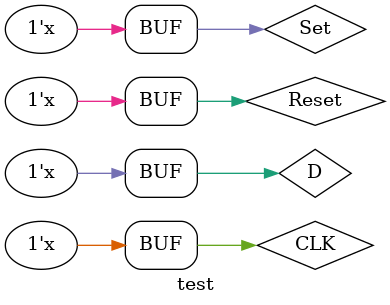
<source format=v>
`timescale 1ns / 1ps


module test(

    );
reg CLK, D, Reset, Set;
wire Q, Q1;
top top_1(CLK, D, Reset, Set, Q, Q1);
    initial
        begin
      CLK = 1'b0;
      D = 1'b0;
      Reset = 1'b0;
      Set = 1'b0;
        #100;
        end
        always #10 CLK = ~CLK; always #20 D = ~D; always #30 Reset = ~Reset;always #40 Set = ~Set;
endmodule


</source>
